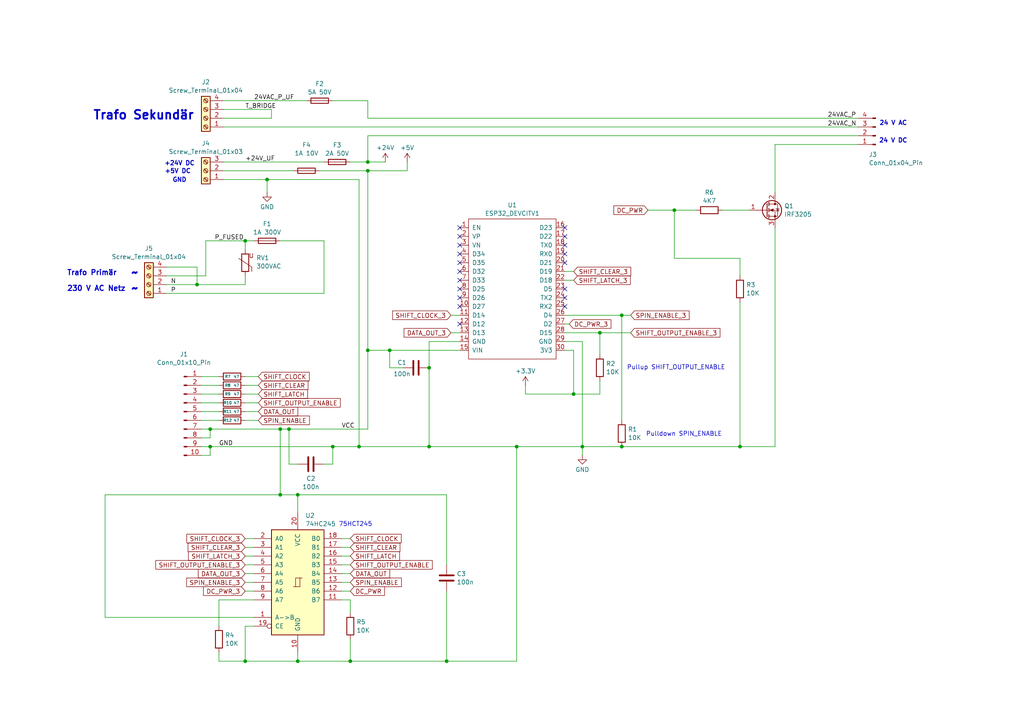
<source format=kicad_sch>
(kicad_sch (version 20250114) (generator "eeschema") (generator_version "9.0")
  (paper "A4")
  (lib_symbols
    (symbol "74xx:74HC245" (pin_names (offset 1.016))
      (property "Reference" "U" (at -7.62 16.51 0))
      (property "Value" "74HC245" (at -7.62 -16.51 0))
      (symbol "74HC245_1_0"
        (polyline (pts (xy -1.27 -1.27) (xy 0.635 -1.27) (xy 0.635 1.27) (xy 1.27 1.27)))
        (polyline (pts (xy -0.635 -1.27) (xy -0.635 1.27) (xy 0.635 1.27)))
        (pin tri_state line (at -12.7 12.7 0) (length 5.08) (name "A0") (number "2"))
        (pin tri_state line (at -12.7 10.16 0) (length 5.08) (name "A1") (number "3"))
        (pin tri_state line (at -12.7 7.62 0) (length 5.08) (name "A2") (number "4"))
        (pin tri_state line (at -12.7 5.08 0) (length 5.08) (name "A3") (number "5"))
        (pin tri_state line (at -12.7 2.54 0) (length 5.08) (name "A4") (number "6"))
        (pin tri_state line (at -12.7 0 0) (length 5.08) (name "A5") (number "7"))
        (pin tri_state line (at -12.7 -2.54 0) (length 5.08) (name "A6") (number "8"))
        (pin tri_state line (at -12.7 -5.08 0) (length 5.08) (name "A7") (number "9"))
        (pin input line (at -12.7 -10.16 0) (length 5.08) (name "A->B") (number "1"))
        (pin input inverted (at -12.7 -12.7 0) (length 5.08) (name "CE") (number "19"))
        (pin power_in line (at 0 20.32 270) (length 5.08) (name "VCC") (number "20"))
        (pin power_in line (at 0 -20.32 90) (length 5.08) (name "GND") (number "10"))
        (pin tri_state line (at 12.7 12.7 180) (length 5.08) (name "B0") (number "18"))
        (pin tri_state line (at 12.7 10.16 180) (length 5.08) (name "B1") (number "17"))
        (pin tri_state line (at 12.7 7.62 180) (length 5.08) (name "B2") (number "16"))
        (pin tri_state line (at 12.7 5.08 180) (length 5.08) (name "B3") (number "15"))
        (pin tri_state line (at 12.7 2.54 180) (length 5.08) (name "B4") (number "14"))
        (pin tri_state line (at 12.7 0 180) (length 5.08) (name "B5") (number "13"))
        (pin tri_state line (at 12.7 -2.54 180) (length 5.08) (name "B6") (number "12"))
        (pin tri_state line (at 12.7 -5.08 180) (length 5.08) (name "B7") (number "11"))
      )
      (symbol "74HC245_1_1"
        (rectangle (start -7.62 15.24) (end 7.62 -15.24) (stroke (width 0.254)) (fill (type background)))
      )
    )
    (symbol "Connector:Conn_01x04_Pin" (pin_names (offset 1.016) (hide yes))
      (property "Reference" "J" (at 0 5.08 0))
      (property "Value" "Conn_01x04_Pin" (at 0 -7.62 0))
      (symbol "Conn_01x04_Pin_1_1"
        (rectangle (start 0.8636 2.667) (end 0 2.413) (stroke (width 0.1524)) (fill (type outline)))
        (rectangle (start 0.8636 0.127) (end 0 -0.127) (stroke (width 0.1524)) (fill (type outline)))
        (rectangle (start 0.8636 -2.413) (end 0 -2.667) (stroke (width 0.1524)) (fill (type outline)))
        (rectangle (start 0.8636 -4.953) (end 0 -5.207) (stroke (width 0.1524)) (fill (type outline)))
        (polyline (pts (xy 1.27 2.54) (xy 0.8636 2.54)) (stroke (width 0.1524)))
        (polyline (pts (xy 1.27 0) (xy 0.8636 0)) (stroke (width 0.1524)))
        (polyline (pts (xy 1.27 -2.54) (xy 0.8636 -2.54)) (stroke (width 0.1524)))
        (polyline (pts (xy 1.27 -5.08) (xy 0.8636 -5.08)) (stroke (width 0.1524)))
        (pin passive line (at 5.08 2.54 180) (length 3.81) (name "Pin_1") (number "1"))
        (pin passive line (at 5.08 0 180) (length 3.81) (name "Pin_2") (number "2"))
        (pin passive line (at 5.08 -2.54 180) (length 3.81) (name "Pin_3") (number "3"))
        (pin passive line (at 5.08 -5.08 180) (length 3.81) (name "Pin_4") (number "4"))
      )
    )
    (symbol "Connector:Conn_01x10_Pin" (pin_names (offset 1.016) (hide yes))
      (property "Reference" "J" (at 0 12.7 0))
      (property "Value" "Conn_01x10_Pin" (at 0 -15.24 0))
      (symbol "Conn_01x10_Pin_1_1"
        (rectangle (start 0.8636 10.287) (end 0 10.033) (stroke (width 0.1524)) (fill (type outline)))
        (rectangle (start 0.8636 7.747) (end 0 7.493) (stroke (width 0.1524)) (fill (type outline)))
        (rectangle (start 0.8636 5.207) (end 0 4.953) (stroke (width 0.1524)) (fill (type outline)))
        (rectangle (start 0.8636 2.667) (end 0 2.413) (stroke (width 0.1524)) (fill (type outline)))
        (rectangle (start 0.8636 0.127) (end 0 -0.127) (stroke (width 0.1524)) (fill (type outline)))
        (rectangle (start 0.8636 -2.413) (end 0 -2.667) (stroke (width 0.1524)) (fill (type outline)))
        (rectangle (start 0.8636 -4.953) (end 0 -5.207) (stroke (width 0.1524)) (fill (type outline)))
        (rectangle (start 0.8636 -7.493) (end 0 -7.747) (stroke (width 0.1524)) (fill (type outline)))
        (rectangle (start 0.8636 -10.033) (end 0 -10.287) (stroke (width 0.1524)) (fill (type outline)))
        (rectangle (start 0.8636 -12.573) (end 0 -12.827) (stroke (width 0.1524)) (fill (type outline)))
        (polyline (pts (xy 1.27 10.16) (xy 0.8636 10.16)) (stroke (width 0.1524)))
        (polyline (pts (xy 1.27 7.62) (xy 0.8636 7.62)) (stroke (width 0.1524)))
        (polyline (pts (xy 1.27 5.08) (xy 0.8636 5.08)) (stroke (width 0.1524)))
        (polyline (pts (xy 1.27 2.54) (xy 0.8636 2.54)) (stroke (width 0.1524)))
        (polyline (pts (xy 1.27 0) (xy 0.8636 0)) (stroke (width 0.1524)))
        (polyline (pts (xy 1.27 -2.54) (xy 0.8636 -2.54)) (stroke (width 0.1524)))
        (polyline (pts (xy 1.27 -5.08) (xy 0.8636 -5.08)) (stroke (width 0.1524)))
        (polyline (pts (xy 1.27 -7.62) (xy 0.8636 -7.62)) (stroke (width 0.1524)))
        (polyline (pts (xy 1.27 -10.16) (xy 0.8636 -10.16)) (stroke (width 0.1524)))
        (polyline (pts (xy 1.27 -12.7) (xy 0.8636 -12.7)) (stroke (width 0.1524)))
        (pin passive line (at 5.08 10.16 180) (length 3.81) (name "Pin_1") (number "1"))
        (pin passive line (at 5.08 7.62 180) (length 3.81) (name "Pin_2") (number "2"))
        (pin passive line (at 5.08 5.08 180) (length 3.81) (name "Pin_3") (number "3"))
        (pin passive line (at 5.08 2.54 180) (length 3.81) (name "Pin_4") (number "4"))
        (pin passive line (at 5.08 0 180) (length 3.81) (name "Pin_5") (number "5"))
        (pin passive line (at 5.08 -2.54 180) (length 3.81) (name "Pin_6") (number "6"))
        (pin passive line (at 5.08 -5.08 180) (length 3.81) (name "Pin_7") (number "7"))
        (pin passive line (at 5.08 -7.62 180) (length 3.81) (name "Pin_8") (number "8"))
        (pin passive line (at 5.08 -10.16 180) (length 3.81) (name "Pin_9") (number "9"))
        (pin passive line (at 5.08 -12.7 180) (length 3.81) (name "Pin_10") (number "10"))
      )
    )
    (symbol "Connector:Screw_Terminal_01x03" (pin_names (offset 1.016) (hide yes))
      (property "Reference" "J" (at 0 5.08 0))
      (property "Value" "Screw_Terminal_01x03" (at 0 -5.08 0))
      (symbol "Screw_Terminal_01x03_1_1"
        (rectangle (start -1.27 3.81) (end 1.27 -3.81) (stroke (width 0.254)) (fill (type background)))
        (polyline (pts (xy -0.5334 2.8702) (xy 0.3302 2.032)) (stroke (width 0.1524)))
        (polyline (pts (xy -0.5334 0.3302) (xy 0.3302 -0.508)) (stroke (width 0.1524)))
        (polyline (pts (xy -0.5334 -2.2098) (xy 0.3302 -3.048)) (stroke (width 0.1524)))
        (polyline (pts (xy -0.3556 3.048) (xy 0.508 2.2098)) (stroke (width 0.1524)))
        (polyline (pts (xy -0.3556 0.508) (xy 0.508 -0.3302)) (stroke (width 0.1524)))
        (polyline (pts (xy -0.3556 -2.032) (xy 0.508 -2.8702)) (stroke (width 0.1524)))
        (circle (center 0 2.54) (radius 0.635) (stroke (width 0.1524)))
        (circle (center 0 0) (radius 0.635) (stroke (width 0.1524)))
        (circle (center 0 -2.54) (radius 0.635) (stroke (width 0.1524)))
        (pin passive line (at -5.08 2.54 0) (length 3.81) (name "Pin_1") (number "1"))
        (pin passive line (at -5.08 0 0) (length 3.81) (name "Pin_2") (number "2"))
        (pin passive line (at -5.08 -2.54 0) (length 3.81) (name "Pin_3") (number "3"))
      )
    )
    (symbol "Connector:Screw_Terminal_01x04" (pin_names (offset 1.016) (hide yes))
      (property "Reference" "J" (at 0 5.08 0))
      (property "Value" "Screw_Terminal_01x04" (at 0 -7.62 0))
      (symbol "Screw_Terminal_01x04_1_1"
        (rectangle (start -1.27 3.81) (end 1.27 -6.35) (stroke (width 0.254)) (fill (type background)))
        (polyline (pts (xy -0.5334 2.8702) (xy 0.3302 2.032)) (stroke (width 0.1524)))
        (polyline (pts (xy -0.5334 0.3302) (xy 0.3302 -0.508)) (stroke (width 0.1524)))
        (polyline (pts (xy -0.5334 -2.2098) (xy 0.3302 -3.048)) (stroke (width 0.1524)))
        (polyline (pts (xy -0.5334 -4.7498) (xy 0.3302 -5.588)) (stroke (width 0.1524)))
        (polyline (pts (xy -0.3556 3.048) (xy 0.508 2.2098)) (stroke (width 0.1524)))
        (polyline (pts (xy -0.3556 0.508) (xy 0.508 -0.3302)) (stroke (width 0.1524)))
        (polyline (pts (xy -0.3556 -2.032) (xy 0.508 -2.8702)) (stroke (width 0.1524)))
        (polyline (pts (xy -0.3556 -4.572) (xy 0.508 -5.4102)) (stroke (width 0.1524)))
        (circle (center 0 2.54) (radius 0.635) (stroke (width 0.1524)))
        (circle (center 0 0) (radius 0.635) (stroke (width 0.1524)))
        (circle (center 0 -2.54) (radius 0.635) (stroke (width 0.1524)))
        (circle (center 0 -5.08) (radius 0.635) (stroke (width 0.1524)))
        (pin passive line (at -5.08 2.54 0) (length 3.81) (name "Pin_1") (number "1"))
        (pin passive line (at -5.08 0 0) (length 3.81) (name "Pin_2") (number "2"))
        (pin passive line (at -5.08 -2.54 0) (length 3.81) (name "Pin_3") (number "3"))
        (pin passive line (at -5.08 -5.08 0) (length 3.81) (name "Pin_4") (number "4"))
      )
    )
    (symbol "Device:C" (pin_numbers (hide yes)) (pin_names (offset 0.254))
      (property "Reference" "C" (at 0.635 2.54 0))
      (property "Value" "C" (at 0.635 -2.54 0))
      (symbol "C_0_1"
        (polyline (pts (xy -2.032 0.762) (xy 2.032 0.762)) (stroke (width 0.508)))
        (polyline (pts (xy -2.032 -0.762) (xy 2.032 -0.762)) (stroke (width 0.508)))
      )
      (symbol "C_1_1"
        (pin passive line (at 0 3.81 270) (length 2.794) (name "~") (number "1"))
        (pin passive line (at 0 -3.81 90) (length 2.794) (name "~") (number "2"))
      )
    )
    (symbol "Device:Fuse" (pin_numbers (hide yes)) (pin_names (offset 0))
      (property "Reference" "F" (at 2.032 0 90))
      (property "Value" "Fuse" (at -1.905 0 90))
      (symbol "Fuse_0_1"
        (rectangle (start -0.762 -2.54) (end 0.762 2.54) (stroke (width 0.254)))
        (polyline (pts (xy 0 2.54) (xy 0 -2.54)))
      )
      (symbol "Fuse_1_1"
        (pin passive line (at 0 3.81 270) (length 1.27) (name "~") (number "1"))
        (pin passive line (at 0 -3.81 90) (length 1.27) (name "~") (number "2"))
      )
    )
    (symbol "Device:R" (pin_numbers (hide yes)) (pin_names (offset 0))
      (property "Reference" "R" (at 2.032 0 90))
      (property "Value" "R" (at 0 0 90))
      (symbol "R_0_1"
        (rectangle (start -1.016 -2.54) (end 1.016 2.54) (stroke (width 0.254)))
      )
      (symbol "R_1_1"
        (pin passive line (at 0 3.81 270) (length 1.27) (name "~") (number "1"))
        (pin passive line (at 0 -3.81 90) (length 1.27) (name "~") (number "2"))
      )
    )
    (symbol "Device:Varistor" (pin_numbers (hide yes)) (pin_names (offset 0))
      (property "Reference" "RV" (at 3.175 0 90))
      (property "Value" "Varistor" (at -3.175 0 90))
      (symbol "Varistor_0_0"
        (text "U" (at -1.778 -2.032 0) (effects (font (size 1.27 1.27))))
      )
      (symbol "Varistor_0_1"
        (polyline (pts (xy -1.905 2.54) (xy -1.905 1.27) (xy 1.905 -1.27)))
        (rectangle (start -1.016 -2.54) (end 1.016 2.54) (stroke (width 0.254)))
      )
      (symbol "Varistor_1_1"
        (pin passive line (at 0 3.81 270) (length 1.27) (name "~") (number "1"))
        (pin passive line (at 0 -3.81 90) (length 1.27) (name "~") (number "2"))
      )
    )
    (symbol "JS_Local:ESP32_DEVCITV1" (pin_names (offset 1.016))
      (property "Reference" "U" (at 0 22.86 0))
      (property "Value" "ESP32_DEVCITV1" (at 0 0 90))
      (symbol "ESP32_DEVCITV1_0_1"
        (rectangle (start -12.7 20.32) (end 12.7 -20.32))
      )
      (symbol "ESP32_DEVCITV1_1_1"
        (pin input line (at -15.24 17.78 0) (length 2.54) (name "EN") (number "1"))
        (pin input line (at -15.24 15.24 0) (length 2.54) (name "VP") (number "2"))
        (pin input line (at -15.24 12.7 0) (length 2.54) (name "VN") (number "3"))
        (pin input line (at -15.24 10.16 0) (length 2.54) (name "D34") (number "4"))
        (pin input line (at -15.24 7.62 0) (length 2.54) (name "D35") (number "5"))
        (pin output line (at -15.24 5.08 0) (length 2.54) (name "D32") (number "6"))
        (pin output line (at -15.24 2.54 0) (length 2.54) (name "D33") (number "7"))
        (pin bidirectional line (at -15.24 0 0) (length 2.54) (name "D25") (number "8"))
        (pin bidirectional line (at -15.24 -2.54 0) (length 2.54) (name "D26") (number "9"))
        (pin bidirectional line (at -15.24 -5.08 0) (length 2.54) (name "D27") (number "10"))
        (pin bidirectional line (at -15.24 -7.62 0) (length 2.54) (name "D14") (number "11"))
        (pin bidirectional line (at -15.24 -10.16 0) (length 2.54) (name "D12") (number "12"))
        (pin bidirectional line (at -15.24 -12.7 0) (length 2.54) (name "D13") (number "13"))
        (pin power_in line (at -15.24 -15.24 0) (length 2.54) (name "GND") (number "14"))
        (pin power_in line (at -15.24 -17.78 0) (length 2.54) (name "VIN") (number "15"))
        (pin bidirectional line (at 15.24 17.78 180) (length 2.54) (name "D23") (number "16"))
        (pin bidirectional line (at 15.24 15.24 180) (length 2.54) (name "D22") (number "17"))
        (pin bidirectional line (at 15.24 12.7 180) (length 2.54) (name "TX0") (number "18"))
        (pin bidirectional line (at 15.24 10.16 180) (length 2.54) (name "RX0") (number "19"))
        (pin bidirectional line (at 15.24 7.62 180) (length 2.54) (name "D21") (number "20"))
        (pin bidirectional line (at 15.24 5.08 180) (length 2.54) (name "D19") (number "21"))
        (pin bidirectional line (at 15.24 2.54 180) (length 2.54) (name "D18") (number "22"))
        (pin bidirectional line (at 15.24 0 180) (length 2.54) (name "D5") (number "23"))
        (pin bidirectional line (at 15.24 -2.54 180) (length 2.54) (name "TX2") (number "24"))
        (pin bidirectional line (at 15.24 -5.08 180) (length 2.54) (name "RX2") (number "25"))
        (pin bidirectional line (at 15.24 -7.62 180) (length 2.54) (name "D4") (number "26"))
        (pin bidirectional line (at 15.24 -10.16 180) (length 2.54) (name "D2") (number "27"))
        (pin bidirectional line (at 15.24 -12.7 180) (length 2.54) (name "D15") (number "28"))
        (pin power_out line (at 15.24 -15.24 180) (length 2.54) (name "GND") (number "29"))
        (pin power_out line (at 15.24 -17.78 180) (length 2.54) (name "3V3") (number "30"))
      )
    )
    (symbol "Transistor_FET:IRF3205" (pin_names (hide yes))
      (property "Reference" "Q" (at 5.08 1.905 0))
      (property "Value" "IRF3205" (at 5.08 0 0))
      (symbol "IRF3205_0_1"
        (polyline (pts (xy 0.254 1.905) (xy 0.254 -1.905)) (stroke (width 0.254)))
        (polyline (pts (xy 0.254 0) (xy -2.54 0)))
        (polyline (pts (xy 0.762 2.286) (xy 0.762 1.27)) (stroke (width 0.254)))
        (polyline (pts (xy 0.762 0.508) (xy 0.762 -0.508)) (stroke (width 0.254)))
        (polyline (pts (xy 0.762 -1.27) (xy 0.762 -2.286)) (stroke (width 0.254)))
        (polyline (pts (xy 0.762 -1.778) (xy 3.302 -1.778) (xy 3.302 1.778) (xy 0.762 1.778)))
        (polyline (pts (xy 1.016 0) (xy 2.032 0.381) (xy 2.032 -0.381) (xy 1.016 0)) (fill (type outline)))
        (circle (center 1.651 0) (radius 2.794) (stroke (width 0.254)))
        (polyline (pts (xy 2.54 2.54) (xy 2.54 1.778)))
        (circle (center 2.54 1.778) (radius 0.254) (fill (type outline)))
        (circle (center 2.54 -1.778) (radius 0.254) (fill (type outline)))
        (polyline (pts (xy 2.54 -2.54) (xy 2.54 0) (xy 0.762 0)))
        (polyline (pts (xy 2.794 0.508) (xy 2.921 0.381) (xy 3.683 0.381) (xy 3.81 0.254)))
        (polyline (pts (xy 3.302 0.381) (xy 2.921 -0.254) (xy 3.683 -0.254) (xy 3.302 0.381)))
      )
      (symbol "IRF3205_1_1"
        (pin input line (at -5.08 0 0) (length 2.54) (name "G") (number "1"))
        (pin passive line (at 2.54 5.08 270) (length 2.54) (name "D") (number "2"))
        (pin passive line (at 2.54 -5.08 90) (length 2.54) (name "S") (number "3"))
      )
    )
    (symbol "power:+24V" (power) (pin_numbers (hide yes)) (pin_names (offset 0) (hide yes))
      (property "Value" "+24V" (at 0 3.556 0))
      (symbol "+24V_0_1"
        (polyline (pts (xy -0.762 1.27) (xy 0 2.54)))
        (polyline (pts (xy 0 2.54) (xy 0.762 1.27)))
        (polyline (pts (xy 0 0) (xy 0 2.54)))
      )
      (symbol "+24V_1_1"
        (pin power_in line (at 0 0 90) (length 0) (name "~") (number "1"))
      )
    )
    (symbol "power:+3.3V" (power) (pin_numbers (hide yes)) (pin_names (offset 0) (hide yes))
      (property "Value" "+3.3V" (at 0 3.556 0))
      (symbol "+3.3V_0_1"
        (polyline (pts (xy -0.762 1.27) (xy 0 2.54)))
        (polyline (pts (xy 0 2.54) (xy 0.762 1.27)))
        (polyline (pts (xy 0 0) (xy 0 2.54)))
      )
      (symbol "+3.3V_1_1"
        (pin power_in line (at 0 0 90) (length 0) (name "~") (number "1"))
      )
    )
    (symbol "power:+5V" (power) (pin_numbers (hide yes)) (pin_names (offset 0) (hide yes))
      (property "Value" "+5V" (at 0 3.556 0))
      (symbol "+5V_0_1"
        (polyline (pts (xy -0.762 1.27) (xy 0 2.54)))
        (polyline (pts (xy 0 2.54) (xy 0.762 1.27)))
        (polyline (pts (xy 0 0) (xy 0 2.54)))
      )
      (symbol "+5V_1_1"
        (pin power_in line (at 0 0 90) (length 0) (name "~") (number "1"))
      )
    )
    (symbol "power:GND" (power) (pin_numbers (hide yes)) (pin_names (offset 0) (hide yes))
      (property "Value" "GND" (at 0 -3.81 0))
      (symbol "GND_0_1"
        (polyline (pts (xy 0 0) (xy 0 -1.27) (xy 1.27 -1.27) (xy 0 -2.54) (xy -1.27 -1.27) (xy 0 -1.27)))
      )
      (symbol "GND_1_1"
        (pin power_in line (at 0 0 270) (length 0) (name "~") (number "1"))
      )
    )
  )
  (text "~" (at 38.1 83.82 0) (effects (font (size 2.54 2.54) (thickness 0.508) (bold yes))))
  (text "+24V DC" (at 52.07 47.498 0) (effects (font (size 1.27 1.27) (thickness 0.254) (bold yes))))
  (text "Pulldown SPIN_ENABLE" (at 198.374 125.984 0) (effects (font (size 1.27 1.27))))
  (text "~" (at 39.878 83.82 0) (effects (font (size 1.27 1.27))))
  (text "24 V AC" (at 259.08 35.814 0) (effects (font (size 1.27 1.27) (bold yes))))
  (text " ~ " (at 39.116 83.82 0) (effects (font (size 2.54 2.54) (bold yes))))
  (text "24 V DC" (at 259.08 40.894 0) (effects (font (size 1.27 1.27) (bold yes))))
  (text "75HCT245" (at 103.124 152.146 0) (effects (font (size 1.27 1.27))))
  (text "230 V AC Netz" (at 27.94 83.82 0) (effects (font (size 1.5 1.5) (bold yes))))
  (text "+5V DC" (at 51.562 49.784 0) (effects (font (size 1.27 1.27) (thickness 0.254) (bold yes))))
  (text "Trafo Primär" (at 26.67 79.248 0) (effects (font (size 1.5 1.5) (bold yes))))
  (text " ~ " (at 39.116 79.248 0) (effects (font (size 2.54 2.54) (bold yes))))
  (text "Pullup SHIFT_OUTPUT_ENABLE" (at 196.088 106.68 0) (effects (font (size 1.27 1.27))))
  (text "GND" (at 52.07 52.324 0) (effects (font (size 1.27 1.27) (thickness 0.254) (bold yes))))
  (text "Trafo Sekundär" (at 41.656 33.528 0) (effects (font (size 2.54 2.54) (bold yes))))
  (junction (at 106.68 101.6))
  (junction (at 60.96 124.46))
  (junction (at 81.28 143.51))
  (junction (at 71.12 69.85))
  (junction (at 57.15 82.55))
  (junction (at 81.28 124.46))
  (junction (at 77.47 52.07))
  (junction (at 113.03 101.6))
  (junction (at 96.52 129.54))
  (junction (at 180.34 91.44))
  (junction (at 129.54 191.77))
  (junction (at 195.58 60.96))
  (junction (at 86.36 143.51))
  (junction (at 101.6 191.77))
  (junction (at 168.91 129.54))
  (junction (at 173.99 96.52))
  (junction (at 104.14 129.54))
  (junction (at 86.36 191.77))
  (junction (at 71.12 191.77))
  (junction (at 60.96 129.54))
  (junction (at 149.86 129.54))
  (junction (at 166.37 114.3))
  (junction (at 106.68 46.99))
  (junction (at 214.63 129.54))
  (junction (at 83.82 124.46))
  (junction (at 124.46 129.54))
  (junction (at 124.46 106.68))
  (junction (at 106.68 49.53))
  (junction (at 180.34 129.54))
  (no_connect (at 133.35 88.9))
  (no_connect (at 163.83 71.12))
  (no_connect (at 133.35 66.04))
  (no_connect (at 163.83 68.58))
  (no_connect (at 133.35 71.12))
  (no_connect (at 163.83 86.36))
  (no_connect (at 163.83 73.66))
  (no_connect (at 133.35 73.66))
  (no_connect (at 133.35 81.28))
  (no_connect (at 163.83 83.82))
  (no_connect (at 133.35 93.98))
  (no_connect (at 133.35 76.2))
  (no_connect (at 133.35 68.58))
  (no_connect (at 163.83 88.9))
  (no_connect (at 133.35 86.36))
  (no_connect (at 133.35 83.82))
  (no_connect (at 133.35 78.74))
  (no_connect (at 163.83 66.04))
  (no_connect (at 163.83 76.2))
  (wire (pts (xy 106.68 29.21) (xy 106.68 34.29)))
  (wire (pts (xy 57.15 77.47) (xy 48.26 77.47)))
  (wire (pts (xy 129.54 171.45) (xy 129.54 191.77)))
  (wire (pts (xy 86.36 143.51) (xy 81.28 143.51)))
  (wire (pts (xy 173.99 114.3) (xy 173.99 110.49)))
  (wire (pts (xy 99.06 171.45) (xy 101.6 171.45)))
  (wire (pts (xy 173.99 96.52) (xy 182.88 96.52)))
  (wire (pts (xy 71.12 171.45) (xy 73.66 171.45)))
  (wire (pts (xy 106.68 49.53) (xy 118.11 49.53)))
  (wire (pts (xy 124.46 129.54) (xy 149.86 129.54)))
  (wire (pts (xy 99.06 166.37) (xy 101.6 166.37)))
  (wire (pts (xy 104.14 52.07) (xy 77.47 52.07)))
  (wire (pts (xy 81.28 69.85) (xy 93.98 69.85)))
  (wire (pts (xy 30.48 143.51) (xy 81.28 143.51)))
  (wire (pts (xy 163.83 96.52) (xy 173.99 96.52)))
  (wire (pts (xy 113.03 101.6) (xy 106.68 101.6)))
  (wire (pts (xy 71.12 156.21) (xy 73.66 156.21)))
  (wire (pts (xy 60.96 124.46) (xy 81.28 124.46)))
  (wire (pts (xy 73.66 181.61) (xy 71.12 181.61)))
  (wire (pts (xy 58.42 111.76) (xy 63.5 111.76)))
  (wire (pts (xy 116.84 106.68) (xy 113.03 106.68)))
  (wire (pts (xy 71.12 69.85) (xy 59.69 69.85)))
  (wire (pts (xy 168.91 129.54) (xy 180.34 129.54)))
  (wire (pts (xy 99.06 156.21) (xy 101.6 156.21)))
  (wire (pts (xy 168.91 129.54) (xy 168.91 99.06)))
  (wire (pts (xy 195.58 74.93) (xy 214.63 74.93)))
  (wire (pts (xy 101.6 191.77) (xy 129.54 191.77)))
  (wire (pts (xy 99.06 163.83) (xy 101.6 163.83)))
  (wire (pts (xy 64.77 36.83) (xy 248.92 36.83)))
  (wire (pts (xy 166.37 114.3) (xy 152.4 114.3)))
  (wire (pts (xy 106.68 49.53) (xy 92.71 49.53)))
  (wire (pts (xy 129.54 143.51) (xy 129.54 163.83)))
  (wire (pts (xy 209.55 60.96) (xy 217.17 60.96)))
  (wire (pts (xy 83.82 124.46) (xy 106.68 124.46)))
  (wire (pts (xy 71.12 163.83) (xy 73.66 163.83)))
  (wire (pts (xy 168.91 99.06) (xy 163.83 99.06)))
  (wire (pts (xy 118.11 46.99) (xy 118.11 49.53)))
  (wire (pts (xy 64.77 29.21) (xy 88.9 29.21)))
  (wire (pts (xy 130.81 96.52) (xy 133.35 96.52)))
  (wire (pts (xy 101.6 185.42) (xy 101.6 191.77)))
  (wire (pts (xy 63.5 173.99) (xy 73.66 173.99)))
  (wire (pts (xy 133.35 99.06) (xy 124.46 99.06)))
  (wire (pts (xy 163.83 93.98) (xy 165.1 93.98)))
  (wire (pts (xy 224.79 41.91) (xy 224.79 55.88)))
  (wire (pts (xy 99.06 168.91) (xy 101.6 168.91)))
  (wire (pts (xy 85.09 49.53) (xy 64.77 49.53)))
  (wire (pts (xy 81.28 143.51) (xy 81.28 124.46)))
  (wire (pts (xy 224.79 66.04) (xy 224.79 129.54)))
  (wire (pts (xy 93.98 134.62) (xy 96.52 134.62)))
  (wire (pts (xy 48.26 82.55) (xy 57.15 82.55)))
  (wire (pts (xy 63.5 191.77) (xy 63.5 189.23)))
  (wire (pts (xy 163.83 81.28) (xy 166.37 81.28)))
  (wire (pts (xy 99.06 158.75) (xy 101.6 158.75)))
  (wire (pts (xy 77.47 52.07) (xy 64.77 52.07)))
  (wire (pts (xy 73.66 179.07) (xy 30.48 179.07)))
  (wire (pts (xy 57.15 82.55) (xy 57.15 77.47)))
  (wire (pts (xy 78.74 31.75) (xy 64.77 31.75)))
  (wire (pts (xy 214.63 87.63) (xy 214.63 129.54)))
  (wire (pts (xy 214.63 74.93) (xy 214.63 80.01)))
  (wire (pts (xy 101.6 46.99) (xy 106.68 46.99)))
  (wire (pts (xy 224.79 41.91) (xy 248.92 41.91)))
  (wire (pts (xy 163.83 91.44) (xy 180.34 91.44)))
  (wire (pts (xy 168.91 129.54) (xy 168.91 132.08)))
  (wire (pts (xy 96.52 29.21) (xy 106.68 29.21)))
  (wire (pts (xy 180.34 91.44) (xy 182.88 91.44)))
  (wire (pts (xy 78.74 34.29) (xy 78.74 31.75)))
  (wire (pts (xy 214.63 129.54) (xy 224.79 129.54)))
  (wire (pts (xy 195.58 60.96) (xy 195.58 74.93)))
  (wire (pts (xy 81.28 124.46) (xy 83.82 124.46)))
  (wire (pts (xy 60.96 124.46) (xy 60.96 127)))
  (wire (pts (xy 163.83 101.6) (xy 166.37 101.6)))
  (wire (pts (xy 71.12 168.91) (xy 73.66 168.91)))
  (wire (pts (xy 58.42 127) (xy 60.96 127)))
  (wire (pts (xy 71.12 161.29) (xy 73.66 161.29)))
  (wire (pts (xy 63.5 181.61) (xy 63.5 173.99)))
  (wire (pts (xy 166.37 114.3) (xy 173.99 114.3)))
  (wire (pts (xy 106.68 46.99) (xy 111.76 46.99)))
  (wire (pts (xy 152.4 111.76) (xy 152.4 114.3)))
  (wire (pts (xy 99.06 161.29) (xy 101.6 161.29)))
  (wire (pts (xy 86.36 143.51) (xy 129.54 143.51)))
  (wire (pts (xy 106.68 101.6) (xy 106.68 124.46)))
  (wire (pts (xy 96.52 129.54) (xy 96.52 134.62)))
  (wire (pts (xy 163.83 78.74) (xy 166.37 78.74)))
  (wire (pts (xy 71.12 119.38) (xy 74.93 119.38)))
  (wire (pts (xy 106.68 34.29) (xy 248.92 34.29)))
  (wire (pts (xy 58.42 116.84) (xy 63.5 116.84)))
  (wire (pts (xy 71.12 181.61) (xy 71.12 191.77)))
  (wire (pts (xy 77.47 52.07) (xy 77.47 55.88)))
  (wire (pts (xy 71.12 82.55) (xy 71.12 80.01)))
  (wire (pts (xy 96.52 129.54) (xy 104.14 129.54)))
  (wire (pts (xy 166.37 101.6) (xy 166.37 114.3)))
  (wire (pts (xy 48.26 85.09) (xy 93.98 85.09)))
  (wire (pts (xy 71.12 191.77) (xy 63.5 191.77)))
  (wire (pts (xy 86.36 148.59) (xy 86.36 143.51)))
  (wire (pts (xy 113.03 101.6) (xy 113.03 106.68)))
  (wire (pts (xy 73.66 69.85) (xy 71.12 69.85)))
  (wire (pts (xy 133.35 101.6) (xy 113.03 101.6)))
  (wire (pts (xy 83.82 134.62) (xy 86.36 134.62)))
  (wire (pts (xy 71.12 121.92) (xy 74.93 121.92)))
  (wire (pts (xy 93.98 69.85) (xy 93.98 85.09)))
  (wire (pts (xy 60.96 129.54) (xy 60.96 132.08)))
  (wire (pts (xy 149.86 191.77) (xy 149.86 129.54)))
  (wire (pts (xy 99.06 173.99) (xy 101.6 173.99)))
  (wire (pts (xy 64.77 34.29) (xy 78.74 34.29)))
  (wire (pts (xy 83.82 124.46) (xy 83.82 134.62)))
  (wire (pts (xy 71.12 111.76) (xy 74.93 111.76)))
  (wire (pts (xy 173.99 96.52) (xy 173.99 102.87)))
  (wire (pts (xy 71.12 114.3) (xy 74.93 114.3)))
  (wire (pts (xy 106.68 39.37) (xy 248.92 39.37)))
  (wire (pts (xy 86.36 191.77) (xy 101.6 191.77)))
  (wire (pts (xy 58.42 129.54) (xy 60.96 129.54)))
  (wire (pts (xy 71.12 116.84) (xy 74.93 116.84)))
  (wire (pts (xy 71.12 109.22) (xy 74.93 109.22)))
  (wire (pts (xy 180.34 129.54) (xy 214.63 129.54)))
  (wire (pts (xy 58.42 114.3) (xy 63.5 114.3)))
  (wire (pts (xy 58.42 119.38) (xy 63.5 119.38)))
  (wire (pts (xy 71.12 69.85) (xy 71.12 72.39)))
  (wire (pts (xy 71.12 191.77) (xy 86.36 191.77)))
  (wire (pts (xy 64.77 46.99) (xy 93.98 46.99)))
  (wire (pts (xy 30.48 179.07) (xy 30.48 143.51)))
  (wire (pts (xy 59.69 69.85) (xy 59.69 80.01)))
  (wire (pts (xy 129.54 191.77) (xy 149.86 191.77)))
  (wire (pts (xy 149.86 129.54) (xy 168.91 129.54)))
  (wire (pts (xy 60.96 129.54) (xy 96.52 129.54)))
  (wire (pts (xy 57.15 82.55) (xy 71.12 82.55)))
  (wire (pts (xy 106.68 101.6) (xy 106.68 49.53)))
  (wire (pts (xy 195.58 60.96) (xy 201.93 60.96)))
  (wire (pts (xy 104.14 129.54) (xy 124.46 129.54)))
  (wire (pts (xy 59.69 80.01) (xy 48.26 80.01)))
  (wire (pts (xy 86.36 189.23) (xy 86.36 191.77)))
  (wire (pts (xy 58.42 109.22) (xy 63.5 109.22)))
  (wire (pts (xy 106.68 46.99) (xy 106.68 39.37)))
  (wire (pts (xy 58.42 132.08) (xy 60.96 132.08)))
  (wire (pts (xy 180.34 121.92) (xy 180.34 91.44)))
  (wire (pts (xy 58.42 124.46) (xy 60.96 124.46)))
  (wire (pts (xy 71.12 158.75) (xy 73.66 158.75)))
  (wire (pts (xy 58.42 121.92) (xy 63.5 121.92)))
  (wire (pts (xy 124.46 106.68) (xy 124.46 129.54)))
  (wire (pts (xy 187.96 60.96) (xy 195.58 60.96)))
  (wire (pts (xy 130.81 91.44) (xy 133.35 91.44)))
  (wire (pts (xy 71.12 166.37) (xy 73.66 166.37)))
  (wire (pts (xy 124.46 99.06) (xy 124.46 106.68)))
  (wire (pts (xy 101.6 173.99) (xy 101.6 177.8)))
  (wire (pts (xy 104.14 129.54) (xy 104.14 52.07)))
  (label "N" (at 49.53 82.55 0))
  (label "24VAC_N" (at 240.03 36.83 0))
  (label "P" (at 49.53 85.09 0))
  (label "GND" (at 63.5 129.54 0))
  (label "24VAC_P" (at 240.03 34.29 0))
  (label "VCC" (at 99.06 124.46 0))
  (label "24VAC_P_UF" (at 73.66 29.21 0))
  (label "T_BRIDGE" (at 71.12 31.75 0))
  (label "P_FUSED" (at 62.23 69.85 0))
  (label "+24V_UF" (at 71.12 46.99 0))
  (global_label "SPIN_ENABLE_3" (shape input) (at 182.88 91.44 0) (property "Intersheetrefs" "${INTERSHEET_REFS}" (effects (hide yes))))
  (global_label "SHIFT_OUTPUT_ENABLE_3" (shape input) (at 182.88 96.52 0) (property "Intersheetrefs" "${INTERSHEET_REFS}" (effects (hide yes))))
  (global_label "DATA_OUT_3" (shape input) (at 71.12 166.37 180) (property "Intersheetrefs" "${INTERSHEET_REFS}" (effects (hide yes))))
  (global_label "SHIFT_CLEAR_3" (shape input) (at 166.37 78.74 0) (property "Intersheetrefs" "${INTERSHEET_REFS}" (effects (hide yes))))
  (global_label "SHIFT_OUTPUT_ENABLE_3" (shape input) (at 71.12 163.83 180) (property "Intersheetrefs" "${INTERSHEET_REFS}" (effects (hide yes))))
  (global_label "SHIFT_CLEAR" (shape input) (at 101.6 158.75 0) (property "Intersheetrefs" "${INTERSHEET_REFS}" (effects (hide yes))))
  (global_label "DC_PWR_3" (shape input) (at 165.1 93.98 0) (property "Intersheetrefs" "${INTERSHEET_REFS}" (effects (hide yes))))
  (global_label "SHIFT_CLOCK_3" (shape input) (at 71.12 156.21 180) (property "Intersheetrefs" "${INTERSHEET_REFS}" (effects (hide yes))))
  (global_label "SPIN_ENABLE" (shape input) (at 101.6 168.91 0) (property "Intersheetrefs" "${INTERSHEET_REFS}" (effects (hide yes))))
  (global_label "DATA_OUT" (shape input) (at 101.6 166.37 0) (property "Intersheetrefs" "${INTERSHEET_REFS}" (effects (hide yes))))
  (global_label "SHIFT_OUTPUT_ENABLE" (shape input) (at 74.93 116.84 0) (property "Intersheetrefs" "${INTERSHEET_REFS}" (effects (hide yes))))
  (global_label "SHIFT_CLOCK_3" (shape input) (at 130.81 91.44 180) (property "Intersheetrefs" "${INTERSHEET_REFS}" (effects (hide yes))))
  (global_label "SHIFT_LATCH_3" (shape input) (at 71.12 161.29 180) (property "Intersheetrefs" "${INTERSHEET_REFS}" (effects (hide yes))))
  (global_label "SPIN_ENABLE" (shape input) (at 74.93 121.92 0) (property "Intersheetrefs" "${INTERSHEET_REFS}" (effects (hide yes))))
  (global_label "DC_PWR" (shape input) (at 187.96 60.96 180) (property "Intersheetrefs" "${INTERSHEET_REFS}" (effects (hide yes))))
  (global_label "SHIFT_CLEAR_3" (shape input) (at 71.12 158.75 180) (property "Intersheetrefs" "${INTERSHEET_REFS}" (effects (hide yes))))
  (global_label "DATA_OUT_3" (shape input) (at 130.81 96.52 180) (property "Intersheetrefs" "${INTERSHEET_REFS}" (effects (hide yes))))
  (global_label "DC_PWR_3" (shape input) (at 71.12 171.45 180) (property "Intersheetrefs" "${INTERSHEET_REFS}" (effects (hide yes))))
  (global_label "SHIFT_LATCH" (shape input) (at 101.6 161.29 0) (property "Intersheetrefs" "${INTERSHEET_REFS}" (effects (hide yes))))
  (global_label "SHIFT_LATCH" (shape input) (at 74.93 114.3 0) (property "Intersheetrefs" "${INTERSHEET_REFS}" (effects (hide yes))))
  (global_label "DC_PWR" (shape input) (at 101.6 171.45 0) (property "Intersheetrefs" "${INTERSHEET_REFS}" (effects (hide yes))))
  (global_label "SPIN_ENABLE_3" (shape input) (at 71.12 168.91 180) (property "Intersheetrefs" "${INTERSHEET_REFS}" (effects (hide yes))))
  (global_label "SHIFT_LATCH_3" (shape input) (at 166.37 81.28 0) (property "Intersheetrefs" "${INTERSHEET_REFS}" (effects (hide yes))))
  (global_label "SHIFT_CLOCK" (shape input) (at 74.93 109.22 0) (property "Intersheetrefs" "${INTERSHEET_REFS}" (effects (hide yes))))
  (global_label "SHIFT_OUTPUT_ENABLE" (shape input) (at 101.6 163.83 0) (property "Intersheetrefs" "${INTERSHEET_REFS}" (effects (hide yes))))
  (global_label "SHIFT_CLOCK" (shape input) (at 101.6 156.21 0) (property "Intersheetrefs" "${INTERSHEET_REFS}" (effects (hide yes))))
  (global_label "SHIFT_CLEAR" (shape input) (at 74.93 111.76 0) (property "Intersheetrefs" "${INTERSHEET_REFS}" (effects (hide yes))))
  (global_label "DATA_OUT" (shape input) (at 74.93 119.38 0) (property "Intersheetrefs" "${INTERSHEET_REFS}" (effects (hide yes))))
  (symbol (lib_id "Connector:Conn_01x04_Pin") (at 254 39.37 180) (unit 1)
    (property "Reference" "J3" (at 251.968 44.8197 0) (effects (justify right)))
    (property "Value" "Conn_01x04_Pin" (at 251.968 47.244 0) (effects (justify right)))
    (property "Footprint" "Connector_JST:JST_VH_B4PS-VH_1x04_P3.96mm_Horizontal" (effects (hide yes)))
    (property "Description" "Generic connector, single row, 01x04, script generated" (effects (hide yes)))
  )
  (symbol (lib_id "power:+3.3V") (at 152.4 111.76 0) (unit 1)
    (property "Reference" "#PWR07" (effects (hide yes)))
    (property "Value" "+3.3V" (at 152.4 107.6269 0))
    (property "Description" "Power symbol creates a global label with name \"+3.3V\"" (effects (hide yes)))
  )
  (symbol (lib_id "Device:Fuse") (at 92.71 29.21 90) (unit 1)
    (property "Reference" "F2" (at 92.71 24.3035 90))
    (property "Value" "5A 50V" (at 92.71 26.7278 90))
    (property "Footprint" "Fuse:Fuseholder_Littelfuse_445_030_series_5x20mm" (effects (hide yes)))
    (property "Description" "Fuse" (effects (hide yes)))
  )
  (symbol (lib_id "Device:R") (at 67.31 114.3 90) (unit 1)
    (property "Reference" "R9" (at 66.04 114.3 90) (effects (font (size 0.8 0.8))))
    (property "Value" "47" (at 68.58 114.3 90) (effects (font (size 0.8 0.8))))
    (property "Footprint" "Resistor_THT:R_Axial_DIN0207_L6.3mm_D2.5mm_P10.16mm_Horizontal" (effects (hide yes)))
    (property "Description" "Resistor" (effects (hide yes)))
  )
  (symbol (lib_id "power:GND") (at 168.91 132.08 0) (unit 1)
    (property "Reference" "#PWR01" (effects (hide yes)))
    (property "Value" "GND" (at 168.91 136.2131 0))
    (property "Description" "Power symbol creates a global label with name \"GND\" , ground" (effects (hide yes)))
  )
  (symbol (lib_id "Device:R") (at 67.31 121.92 90) (unit 1)
    (property "Reference" "R12" (at 66.04 121.92 90) (effects (font (size 0.8 0.8))))
    (property "Value" "47" (at 68.58 121.92 90) (effects (font (size 0.8 0.8))))
    (property "Footprint" "Resistor_THT:R_Axial_DIN0207_L6.3mm_D2.5mm_P10.16mm_Horizontal" (effects (hide yes)))
    (property "Description" "Resistor" (effects (hide yes)))
  )
  (symbol (lib_id "Device:Fuse") (at 97.79 46.99 90) (unit 1)
    (property "Reference" "F3" (at 97.79 42.0835 90))
    (property "Value" "2A 50V" (at 97.79 44.5078 90))
    (property "Footprint" "Fuse:Fuseholder_Littelfuse_445_030_series_5x20mm" (effects (hide yes)))
    (property "Description" "Fuse" (effects (hide yes)))
  )
  (symbol (lib_id "Device:R") (at 205.74 60.96 90) (unit 1)
    (property "Reference" "R6" (at 205.74 55.7995 90))
    (property "Value" "4K7" (at 205.74 58.2238 90))
    (property "Footprint" "Resistor_THT:R_Axial_DIN0207_L6.3mm_D2.5mm_P10.16mm_Horizontal" (effects (hide yes)))
    (property "Description" "Resistor" (effects (hide yes)))
  )
  (symbol (lib_id "Device:R") (at 67.31 109.22 90) (unit 1)
    (property "Reference" "R7" (at 66.04 109.22 90) (effects (font (size 0.8 0.8))))
    (property "Value" "47" (at 68.58 109.22 90) (effects (font (size 0.8 0.8))))
    (property "Footprint" "Resistor_THT:R_Axial_DIN0207_L6.3mm_D2.5mm_P10.16mm_Horizontal" (effects (hide yes)))
    (property "Description" "Resistor" (effects (hide yes)))
  )
  (symbol (lib_id "Connector:Screw_Terminal_01x04") (at 59.69 34.29 180) (unit 1)
    (property "Reference" "J2" (at 59.69 23.7955 0))
    (property "Value" "Screw_Terminal_01x04" (at 59.69 26.2198 0))
    (property "Footprint" "TerminalBlock_MetzConnect:TerminalBlock_MetzConnect_Type011_RT05504HBWC_1x04_P5.00mm_Horizontal" (effects (hide yes)))
    (property "Description" "Generic screw terminal, single row, 01x04, script generated (kicad-library-utils/schlib/autogen/connector/)" (effects (hide yes)))
  )
  (symbol (lib_id "Connector:Screw_Terminal_01x04") (at 43.18 82.55 180) (unit 1)
    (property "Reference" "J5" (at 43.18 72.0555 0))
    (property "Value" "Screw_Terminal_01x04" (at 43.18 74.4798 0))
    (property "Footprint" "TerminalBlock_MetzConnect:TerminalBlock_MetzConnect_Type011_RT05504HBWC_1x04_P5.00mm_Horizontal" (effects (hide yes)))
    (property "Description" "Generic screw terminal, single row, 01x04, script generated (kicad-library-utils/schlib/autogen/connector/)" (effects (hide yes)))
  )
  (symbol (lib_id "Transistor_FET:IRF3205") (at 222.25 60.96 0) (unit 1)
    (property "Reference" "Q1" (at 227.457 59.7478 0) (effects (justify left)))
    (property "Value" "IRF3205" (at 227.457 62.1721 0) (effects (justify left)))
    (property "Footprint" "Package_TO_SOT_THT:TO-220-3_Vertical" (effects (hide yes)))
    (property "Datasheet" "http://www.irf.com/product-info/datasheets/data/irf3205.pdf" (effects (hide yes)))
    (property "Description" "110A Id, 55V Vds, Single N-Channel HEXFET Power MOSFET, 8mOhm Ron, TO-220AB" (effects (hide yes)))
  )
  (symbol (lib_id "Device:R") (at 67.31 116.84 90) (unit 1)
    (property "Reference" "R10" (at 66.04 116.84 90) (effects (font (size 0.8 0.8))))
    (property "Value" "47" (at 68.58 116.84 90) (effects (font (size 0.8 0.8))))
    (property "Footprint" "Resistor_THT:R_Axial_DIN0207_L6.3mm_D2.5mm_P10.16mm_Horizontal" (effects (hide yes)))
    (property "Description" "Resistor" (effects (hide yes)))
  )
  (symbol (lib_id "JS_Local:ESP32_DEVCITV1") (at 148.59 83.82 0) (unit 1)
    (property "Reference" "U1" (at 148.59 59.4825 0))
    (property "Value" "ESP32_DEVCITV1" (at 148.59 61.9068 0))
    (property "Footprint" "JS_Local:ESP32_DEVKITV1" (effects (hide yes)))
  )
  (symbol (lib_id "Connector:Screw_Terminal_01x03") (at 59.69 49.53 180) (unit 1)
    (property "Reference" "J4" (at 59.69 41.5755 0))
    (property "Value" "Screw_Terminal_01x03" (at 59.69 43.9998 0))
    (property "Footprint" "TerminalBlock_MetzConnect:TerminalBlock_MetzConnect_Type011_RT05503HBWC_1x03_P5.00mm_Horizontal" (effects (hide yes)))
    (property "Description" "Generic screw terminal, single row, 01x03, script generated (kicad-library-utils/schlib/autogen/connector/)" (effects (hide yes)))
  )
  (symbol (lib_id "Device:C") (at 129.54 167.64 0) (unit 1)
    (property "Reference" "C3" (at 132.461 166.4278 0) (effects (justify left)))
    (property "Value" "100n" (at 132.461 168.8521 0) (effects (justify left)))
    (property "Footprint" "Capacitor_THT:C_Disc_D4.3mm_W1.9mm_P5.00mm" (effects (hide yes)))
    (property "Description" "Unpolarized capacitor" (effects (hide yes)))
  )
  (symbol (lib_id "Device:R") (at 63.5 185.42 0) (unit 1)
    (property "Reference" "R4" (at 65.278 184.2078 0) (effects (justify left)))
    (property "Value" "10K" (at 65.278 186.6321 0) (effects (justify left)))
    (property "Footprint" "Resistor_THT:R_Axial_DIN0207_L6.3mm_D2.5mm_P10.16mm_Horizontal" (effects (hide yes)))
    (property "Description" "Resistor" (effects (hide yes)))
  )
  (symbol (lib_id "Device:R") (at 67.31 119.38 90) (unit 1)
    (property "Reference" "R11" (at 66.04 119.38 90) (effects (font (size 0.8 0.8))))
    (property "Value" "47" (at 68.58 119.38 90) (effects (font (size 0.8 0.8))))
    (property "Footprint" "Resistor_THT:R_Axial_DIN0207_L6.3mm_D2.5mm_P10.16mm_Horizontal" (effects (hide yes)))
    (property "Description" "Resistor" (effects (hide yes)))
  )
  (symbol (lib_id "Connector:Conn_01x10_Pin") (at 53.34 119.38 0) (unit 1)
    (property "Reference" "J1" (at 53.34 102.7317 0))
    (property "Value" "Conn_01x10_Pin" (at 53.34 105.156 0))
    (property "Footprint" "JS_Local:TE_CON_5499922-1_BIGGERHULL" (effects (hide yes)))
    (property "Description" "Generic connector, single row, 01x10, script generated" (effects (hide yes)))
  )
  (symbol (lib_id "Device:R") (at 180.34 125.73 0) (unit 1)
    (property "Reference" "R1" (at 182.118 124.5178 0) (effects (justify left)))
    (property "Value" "10K" (at 182.118 126.9421 0) (effects (justify left)))
    (property "Footprint" "Resistor_THT:R_Axial_DIN0207_L6.3mm_D2.5mm_P10.16mm_Horizontal" (effects (hide yes)))
    (property "Description" "Resistor" (effects (hide yes)))
  )
  (symbol (lib_id "Device:R") (at 173.99 106.68 0) (unit 1)
    (property "Reference" "R2" (at 175.768 105.4678 0) (effects (justify left)))
    (property "Value" "10K" (at 175.768 107.8921 0) (effects (justify left)))
    (property "Footprint" "Resistor_THT:R_Axial_DIN0207_L6.3mm_D2.5mm_P10.16mm_Horizontal" (effects (hide yes)))
    (property "Description" "Resistor" (effects (hide yes)))
  )
  (symbol (lib_id "Device:Fuse") (at 88.9 49.53 90) (unit 1)
    (property "Reference" "F4" (at 88.9 42.0257 90))
    (property "Value" "1A 10V" (at 88.9 44.45 90))
    (property "Footprint" "Fuse:Fuseholder_Littelfuse_445_030_series_5x20mm" (effects (hide yes)))
    (property "Description" "Fuse" (effects (hide yes)))
  )
  (symbol (lib_id "Device:Fuse") (at 77.47 69.85 90) (unit 1)
    (property "Reference" "F1" (at 77.47 64.9435 90))
    (property "Value" "1A 300V" (at 77.47 67.3678 90))
    (property "Footprint" "Fuse:Fuseholder_Littelfuse_445_030_series_5x20mm" (effects (hide yes)))
    (property "Description" "Fuse" (effects (hide yes)))
  )
  (symbol (lib_id "Device:R") (at 101.6 181.61 0) (unit 1)
    (property "Reference" "R5" (at 103.378 180.3978 0) (effects (justify left)))
    (property "Value" "10K" (at 103.378 182.8221 0) (effects (justify left)))
    (property "Footprint" "Resistor_THT:R_Axial_DIN0207_L6.3mm_D2.5mm_P10.16mm_Horizontal" (effects (hide yes)))
    (property "Description" "Resistor" (effects (hide yes)))
  )
  (symbol (lib_id "power:+24V") (at 111.76 46.99 0) (unit 1)
    (property "Reference" "#PWR04" (effects (hide yes)))
    (property "Value" "+24V" (at 111.76 42.8569 0))
    (property "Description" "Power symbol creates a global label with name \"+24V\"" (effects (hide yes)))
  )
  (symbol (lib_id "power:GND") (at 77.47 55.88 0) (unit 1)
    (property "Reference" "#PWR03" (effects (hide yes)))
    (property "Value" "GND" (at 77.47 60.0131 0))
    (property "Description" "Power symbol creates a global label with name \"GND\" , ground" (effects (hide yes)))
  )
  (symbol (lib_id "power:+5V") (at 118.11 46.99 0) (unit 1)
    (property "Reference" "#PWR05" (effects (hide yes)))
    (property "Value" "+5V" (at 118.11 42.8569 0))
    (property "Description" "Power symbol creates a global label with name \"+5V\"" (effects (hide yes)))
  )
  (symbol (lib_id "Device:C") (at 90.17 134.62 270) (unit 1)
    (property "Reference" "C2" (at 90.17 138.7997 90))
    (property "Value" "100n" (at 90.17 141.224 90))
    (property "Footprint" "Capacitor_THT:C_Disc_D4.3mm_W1.9mm_P5.00mm" (effects (hide yes)))
    (property "Description" "Unpolarized capacitor" (effects (hide yes)))
  )
  (symbol (lib_id "Device:R") (at 67.31 111.76 90) (unit 1)
    (property "Reference" "R8" (at 66.04 111.76 90) (effects (font (size 0.8 0.8))))
    (property "Value" "47" (at 68.58 111.76 90) (effects (font (size 0.8 0.8))))
    (property "Footprint" "Resistor_THT:R_Axial_DIN0207_L6.3mm_D2.5mm_P10.16mm_Horizontal" (effects (hide yes)))
    (property "Description" "Resistor" (effects (hide yes)))
  )
  (symbol (lib_id "Device:R") (at 214.63 83.82 0) (unit 1)
    (property "Reference" "R3" (at 216.408 82.6078 0) (effects (justify left)))
    (property "Value" "10K" (at 216.408 85.0321 0) (effects (justify left)))
    (property "Footprint" "Resistor_THT:R_Axial_DIN0207_L6.3mm_D2.5mm_P10.16mm_Horizontal" (effects (hide yes)))
    (property "Description" "Resistor" (effects (hide yes)))
  )
  (symbol (lib_id "Device:Varistor") (at 71.12 76.2 180) (unit 1)
    (property "Reference" "RV1" (at 74.3094 74.7944 0) (effects (justify right)))
    (property "Value" "300VAC" (at 74.3094 77.2187 0) (effects (justify right)))
    (property "Footprint" "Varistor:RV_Disc_D15.5mm_W3.9mm_P7.5mm" (effects (hide yes)))
    (property "Description" "Voltage dependent resistor" (effects (hide yes)))
    (property "Sim.Name" "kicad_builtin_varistor" (effects (hide yes)))
    (property "Sim.Device" "SUBCKT" (effects (hide yes)))
    (property "Sim.Pins" "1=A 2=B" (effects (hide yes)))
    (property "Sim.Params" "threshold=1k" (effects (hide yes)))
    (property "Sim.Library" "${KICAD7_SYMBOL_DIR}/Simulation_SPICE.sp" (effects (hide yes)))
  )
  (symbol (lib_id "Device:C") (at 120.65 106.68 270) (unit 1)
    (property "Reference" "C1" (at 116.586 105.156 90))
    (property "Value" "100n" (at 116.586 108.458 90))
    (property "Footprint" "Capacitor_THT:C_Disc_D4.3mm_W1.9mm_P5.00mm" (effects (hide yes)))
    (property "Description" "Unpolarized capacitor" (effects (hide yes)))
  )
  (symbol (lib_id "74xx:74HC245") (at 86.36 168.91 0) (unit 1)
    (property "Reference" "U2" (at 88.5541 149.5255 0) (effects (justify left)))
    (property "Value" "74HC245" (at 88.5541 151.9498 0) (effects (justify left)))
    (property "Footprint" "Package_DIP:DIP-20_W7.62mm" (effects (hide yes)))
    (property "Datasheet" "http://www.ti.com/lit/gpn/sn74HC245" (effects (hide yes)))
    (property "Description" "Octal BUS Transceivers, 3-State outputs" (effects (hide yes)))
  )
)
</source>
